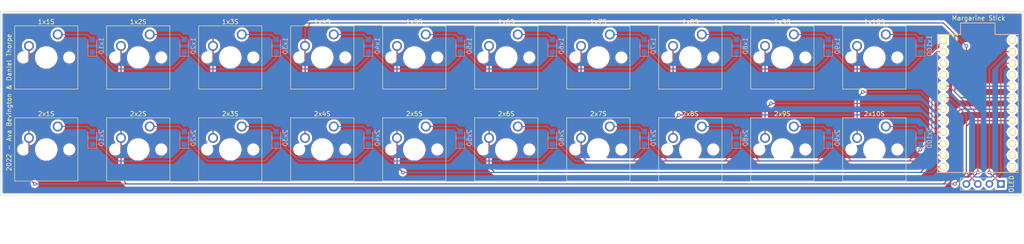
<source format=kicad_pcb>
(kicad_pcb (version 20211014) (generator pcbnew)
  (layers (0 "F.Cu" signal) (31 "B.Cu" signal) (34 "B.Paste" user) (35 "F.Paste" user) (36 "B.SilkS" user "B.Silkscreen") (37 "F.SilkS" user "F.Silkscreen") (38 "B.Mask" user) (39 "F.Mask" user) (44 "Edge.Cuts" user))
  (net 0 "")
  (footprint "Button_Switch_Keyboard:SW_Cherry_MX_1.00u_PCB" (layer "F.Cu") (at 139.7 35.56)
    (fp_text reference "1x6S" (at -2.54 -2.794) (layer "F.SilkS"))
    (fp_text value "SW_Cherry_MX_1.00u_PCB")
    (pad "" np_thru_hole circle (at -2.54 5.08) (size 4 4) (drill 4) (layers *.Cu *.Mask))
    (pad "" np_thru_hole circle (at -7.62 5.08) (size 1.7 1.7) (drill 1.7) (layers *.Cu *.Mask))
    (pad "" np_thru_hole circle (at 2.54 5.08) (size 1.7 1.7) (drill 1.7) (layers *.Cu *.Mask))
    (pad "1" thru_hole circle (at 0 0) (size 2.2 2.2) (drill 1.5) (layers *.Cu *.Mask))
    (pad "2" thru_hole circle (at -6.35 2.54) (size 2.2 2.2) (drill 1.5) (layers *.Cu *.Mask))
  )
  (footprint "Button_Switch_Keyboard:SW_Cherry_MX_1.00u_PCB" (layer "F.Cu") (at 160.02 35.56)
    (fp_text reference "1x7S" (at -2.54 -2.794) (layer "F.SilkS"))
    (fp_text value "SW_Cherry_MX_1.00u_PCB")
    (pad "" np_thru_hole circle (at 2.54 5.08) (size 1.7 1.7) (drill 1.7) (layers *.Cu *.Mask))
    (pad "" np_thru_hole circle (at -2.54 5.08) (size 4 4) (drill 4) (layers *.Cu *.Mask))
    (pad "" np_thru_hole circle (at -7.62 5.08) (size 1.7 1.7) (drill 1.7) (layers *.Cu *.Mask))
    (pad "1" thru_hole circle (at 0 0) (size 2.2 2.2) (drill 1.5) (layers *.Cu *.Mask))
    (pad "2" thru_hole circle (at -6.35 2.54) (size 2.2 2.2) (drill 1.5) (layers *.Cu *.Mask))
  )
  (footprint "Button_Switch_Keyboard:SW_Cherry_MX_1.00u_PCB" (layer "F.Cu") (at 200.66 55.88)
    (fp_text reference "2x9S" (at -2.54 -2.794) (layer "F.SilkS"))
    (fp_text value "SW_Cherry_MX_1.00u_PCB")
    (pad "" np_thru_hole circle (at -2.54 5.08) (size 4 4) (drill 4) (layers *.Cu *.Mask))
    (pad "" np_thru_hole circle (at -7.62 5.08) (size 1.7 1.7) (drill 1.7) (layers *.Cu *.Mask))
    (pad "" np_thru_hole circle (at 2.54 5.08) (size 1.7 1.7) (drill 1.7) (layers *.Cu *.Mask))
    (pad "1" thru_hole circle (at 0 0) (size 2.2 2.2) (drill 1.5) (layers *.Cu *.Mask))
    (pad "2" thru_hole circle (at -6.35 2.54) (size 2.2 2.2) (drill 1.5) (layers *.Cu *.Mask))
  )
  (footprint "promicro:ProMicro" (layer "F.Cu") (at 241.3 50.8 -90)
    (fp_text reference "REF**" hide)
    (fp_text value "ProMicro")
    (pad "1" thru_hole rect locked (at -13.97 7.62 270) (size 1.6 1.6) (drill 1.1) (layers *.Cu *.Mask "F.SilkS"))
    (pad "2" thru_hole circle locked (at -11.43 7.62 270) (size 1.6 1.6) (drill 1.1) (layers *.Cu *.Mask "F.SilkS"))
    (pad "3" thru_hole circle locked (at -8.89 7.62 270) (size 1.6 1.6) (drill 1.1) (layers *.Cu *.Mask "F.SilkS"))
    (pad "4" thru_hole circle locked (at -6.35 7.62 270) (size 1.6 1.6) (drill 1.1) (layers *.Cu *.Mask "F.SilkS"))
    (pad "5" thru_hole circle locked (at -3.81 7.62 270) (size 1.6 1.6) (drill 1.1) (layers *.Cu *.Mask "F.SilkS"))
    (pad "6" thru_hole circle locked (at -1.27 7.62 270) (size 1.6 1.6) (drill 1.1) (layers *.Cu *.Mask "F.SilkS"))
    (pad "7" thru_hole circle locked (at 1.27 7.62 270) (size 1.6 1.6) (drill 1.1) (layers *.Cu *.Mask "F.SilkS"))
    (pad "8" thru_hole circle locked (at 3.81 7.62 270) (size 1.6 1.6) (drill 1.1) (layers *.Cu *.Mask "F.SilkS"))
    (pad "9" thru_hole circle locked (at 6.35 7.62 270) (size 1.6 1.6) (drill 1.1) (layers *.Cu *.Mask "F.SilkS"))
    (pad "10" thru_hole circle locked (at 8.89 7.62 270) (size 1.6 1.6) (drill 1.1) (layers *.Cu *.Mask "F.SilkS"))
    (pad "11" thru_hole circle locked (at 11.43 7.62 270) (size 1.6 1.6) (drill 1.1) (layers *.Cu *.Mask "F.SilkS"))
    (pad "12" thru_hole circle locked (at 13.97 7.62 270) (size 1.6 1.6) (drill 1.1) (layers *.Cu *.Mask "F.SilkS"))
    (pad "13" thru_hole circle locked (at 13.97 -7.62 270) (size 1.6 1.6) (drill 1.1) (layers *.Cu *.Mask "F.SilkS"))
    (pad "14" thru_hole circle locked (at 11.43 -7.62 270) (size 1.6 1.6) (drill 1.1) (layers *.Cu *.Mask "F.SilkS"))
    (pad "15" thru_hole circle locked (at 8.89 -7.62 270) (size 1.6 1.6) (drill 1.1) (layers *.Cu *.Mask "F.SilkS"))
    (pad "16" thru_hole circle locked (at 6.35 -7.62 270) (size 1.6 1.6) (drill 1.1) (layers *.Cu *.Mask "F.SilkS"))
    (pad "17" thru_hole circle locked (at 3.81 -7.62 270) (size 1.6 1.6) (drill 1.1) (layers *.Cu *.Mask "F.SilkS"))
    (pad "18" thru_hole circle locked (at 1.27 -7.62 270) (size 1.6 1.6) (drill 1.1) (layers *.Cu *.Mask "F.SilkS"))
    (pad "19" thru_hole circle locked (at -1.27 -7.62 270) (size 1.6 1.6) (drill 1.1) (layers *.Cu *.Mask "F.SilkS"))
    (pad "20" thru_hole circle locked (at -3.81 -7.62 270) (size 1.6 1.6) (drill 1.1) (layers *.Cu *.Mask "F.SilkS"))
    (pad "21" thru_hole circle locked (at -6.35 -7.62 270) (size 1.6 1.6) (drill 1.1) (layers *.Cu *.Mask "F.SilkS"))
    (pad "22" thru_hole circle locked (at -8.89 -7.62 270) (size 1.6 1.6) (drill 1.1) (layers *.Cu *.Mask "F.SilkS"))
    (pad "23" thru_hole circle locked (at -11.43 -7.62 270) (size 1.6 1.6) (drill 1.1) (layers *.Cu *.Mask "F.SilkS"))
    (pad "24" thru_hole circle locked (at -13.97 -7.62 270) (size 1.6 1.6) (drill 1.1) (layers *.Cu *.Mask "F.SilkS"))
  )
  (footprint "Button_Switch_Keyboard:SW_Cherry_MX_1.00u_PCB" (layer "F.Cu") (at 160.02 55.88)
    (fp_text reference "2x7S" (at -2.54 -2.794) (layer "F.SilkS"))
    (fp_text value "SW_Cherry_MX_1.00u_PCB")
    (pad "" np_thru_hole circle (at -2.54 5.08) (size 4 4) (drill 4) (layers *.Cu *.Mask))
    (pad "" np_thru_hole circle (at -7.62 5.08) (size 1.7 1.7) (drill 1.7) (layers *.Cu *.Mask))
    (pad "" np_thru_hole circle (at 2.54 5.08) (size 1.7 1.7) (drill 1.7) (layers *.Cu *.Mask))
    (pad "1" thru_hole circle (at 0 0) (size 2.2 2.2) (drill 1.5) (layers *.Cu *.Mask))
    (pad "2" thru_hole circle (at -6.35 2.54) (size 2.2 2.2) (drill 1.5) (layers *.Cu *.Mask))
  )
  (footprint "Button_Switch_Keyboard:SW_Cherry_MX_1.00u_PCB" (layer "F.Cu") (at 220.98 55.88)
    (fp_text reference "2x10S" (at -2.54 -2.794) (layer "F.SilkS"))
    (fp_text value "SW_Cherry_MX_1.00u_PCB")
    (pad "" np_thru_hole circle (at 2.54 5.08) (size 1.7 1.7) (drill 1.7) (layers *.Cu *.Mask))
    (pad "" np_thru_hole circle (at -2.54 5.08) (size 4 4) (drill 4) (layers *.Cu *.Mask))
    (pad "" np_thru_hole circle (at -7.62 5.08) (size 1.7 1.7) (drill 1.7) (layers *.Cu *.Mask))
    (pad "1" thru_hole circle (at 0 0) (size 2.2 2.2) (drill 1.5) (layers *.Cu *.Mask))
    (pad "2" thru_hole circle (at -6.35 2.54) (size 2.2 2.2) (drill 1.5) (layers *.Cu *.Mask))
  )
  (footprint "Button_Switch_Keyboard:SW_Cherry_MX_1.00u_PCB" (layer "F.Cu") (at 220.98 35.56)
    (fp_text reference "1x10S" (at -2.54 -2.794) (layer "F.SilkS"))
    (fp_text value "SW_Cherry_MX_1.00u_PCB")
    (pad "" np_thru_hole circle (at 2.54 5.08) (size 1.7 1.7) (drill 1.7) (layers *.Cu *.Mask))
    (pad "" np_thru_hole circle (at -2.54 5.08) (size 4 4) (drill 4) (layers *.Cu *.Mask))
    (pad "" np_thru_hole circle (at -7.62 5.08) (size 1.7 1.7) (drill 1.7) (layers *.Cu *.Mask))
    (pad "1" thru_hole circle (at 0 0) (size 2.2 2.2) (drill 1.5) (layers *.Cu *.Mask))
    (pad "2" thru_hole circle (at -6.35 2.54) (size 2.2 2.2) (drill 1.5) (layers *.Cu *.Mask))
  )
  (footprint "Button_Switch_Keyboard:SW_Cherry_MX_1.00u_PCB" (layer "F.Cu") (at 38.1 35.56)
    (fp_text reference "1x1S" (at -2.54 -2.794) (layer "F.SilkS"))
    (fp_text value "SW_Cherry_MX_1.00u_PCB")
    (pad "" np_thru_hole circle (at -7.62 5.08) (size 1.7 1.7) (drill 1.7) (layers *.Cu *.Mask))
    (pad "" np_thru_hole circle (at -2.54 5.08) (size 4 4) (drill 4) (layers *.Cu *.Mask))
    (pad "" np_thru_hole circle (at 2.54 5.08) (size 1.7 1.7) (drill 1.7) (layers *.Cu *.Mask))
    (pad "1" thru_hole circle (at 0 0) (size 2.2 2.2) (drill 1.5) (layers *.Cu *.Mask))
    (pad "2" thru_hole circle (at -6.35 2.54) (size 2.2 2.2) (drill 1.5) (layers *.Cu *.Mask))
  )
  (footprint "Button_Switch_Keyboard:SW_Cherry_MX_1.00u_PCB" (layer "F.Cu") (at 78.74 35.56)
    (fp_text reference "1x3S" (at -2.54 -2.794) (layer "F.SilkS"))
    (fp_text value "SW_Cherry_MX_1.00u_PCB")
    (pad "" np_thru_hole circle (at -7.62 5.08) (size 1.7 1.7) (drill 1.7) (layers *.Cu *.Mask))
    (pad "" np_thru_hole circle (at 2.54 5.08) (size 1.7 1.7) (drill 1.7) (layers *.Cu *.Mask))
    (pad "" np_thru_hole circle (at -2.54 5.08) (size 4 4) (drill 4) (layers *.Cu *.Mask))
    (pad "1" thru_hole circle (at 0 0) (size 2.2 2.2) (drill 1.5) (layers *.Cu *.Mask))
    (pad "2" thru_hole circle (at -6.35 2.54) (size 2.2 2.2) (drill 1.5) (layers *.Cu *.Mask))
  )
  (footprint "Button_Switch_Keyboard:SW_Cherry_MX_1.00u_PCB" (layer "F.Cu") (at 119.38 55.88)
    (fp_text reference "2x5S" (at -2.54 -2.794) (layer "F.SilkS"))
    (fp_text value "SW_Cherry_MX_1.00u_PCB")
    (pad "" np_thru_hole circle (at 2.54 5.08) (size 1.7 1.7) (drill 1.7) (layers *.Cu *.Mask))
    (pad "" np_thru_hole circle (at -7.62 5.08) (size 1.7 1.7) (drill 1.7) (layers *.Cu *.Mask))
    (pad "" np_thru_hole circle (at -2.54 5.08) (size 4 4) (drill 4) (layers *.Cu *.Mask))
    (pad "1" thru_hole circle (at 0 0) (size 2.2 2.2) (drill 1.5) (layers *.Cu *.Mask))
    (pad "2" thru_hole circle (at -6.35 2.54) (size 2.2 2.2) (drill 1.5) (layers *.Cu *.Mask))
  )
  (footprint "Button_Switch_Keyboard:SW_Cherry_MX_1.00u_PCB" (layer "F.Cu") (at 139.7 55.88)
    (fp_text reference "2x6S" (at -2.54 -2.794) (layer "F.SilkS"))
    (fp_text value "SW_Cherry_MX_1.00u_PCB")
    (pad "" np_thru_hole circle (at -2.54 5.08) (size 4 4) (drill 4) (layers *.Cu *.Mask))
    (pad "" np_thru_hole circle (at -7.62 5.08) (size 1.7 1.7) (drill 1.7) (layers *.Cu *.Mask))
    (pad "" np_thru_hole circle (at 2.54 5.08) (size 1.7 1.7) (drill 1.7) (layers *.Cu *.Mask))
    (pad "1" thru_hole circle (at 0 0) (size 2.2 2.2) (drill 1.5) (layers *.Cu *.Mask))
    (pad "2" thru_hole circle (at -6.35 2.54) (size 2.2 2.2) (drill 1.5) (layers *.Cu *.Mask))
  )
  (footprint "Button_Switch_Keyboard:SW_Cherry_MX_1.00u_PCB" (layer "F.Cu") (at 99.06 55.88)
    (fp_text reference "2x4S" (at -2.54 -2.794) (layer "F.SilkS"))
    (fp_text value "SW_Cherry_MX_1.00u_PCB")
    (pad "" np_thru_hole circle (at -2.54 5.08) (size 4 4) (drill 4) (layers *.Cu *.Mask))
    (pad "" np_thru_hole circle (at 2.54 5.08) (size 1.7 1.7) (drill 1.7) (layers *.Cu *.Mask))
    (pad "" np_thru_hole circle (at -7.62 5.08) (size 1.7 1.7) (drill 1.7) (layers *.Cu *.Mask))
    (pad "1" thru_hole circle (at 0 0) (size 2.2 2.2) (drill 1.5) (layers *.Cu *.Mask))
    (pad "2" thru_hole circle (at -6.35 2.54) (size 2.2 2.2) (drill 1.5) (layers *.Cu *.Mask))
  )
  (footprint "Button_Switch_Keyboard:SW_Cherry_MX_1.00u_PCB" (layer "F.Cu") (at 180.34 55.88)
    (fp_text reference "2x8S" (at -2.54 -2.794) (layer "F.SilkS"))
    (fp_text value "SW_Cherry_MX_1.00u_PCB")
    (pad "" np_thru_hole circle (at 2.54 5.08) (size 1.7 1.7) (drill 1.7) (layers *.Cu *.Mask))
    (pad "" np_thru_hole circle (at -2.54 5.08) (size 4 4) (drill 4) (layers *.Cu *.Mask))
    (pad "" np_thru_hole circle (at -7.62 5.08) (size 1.7 1.7) (drill 1.7) (layers *.Cu *.Mask))
    (pad "1" thru_hole circle (at 0 0) (size 2.2 2.2) (drill 1.5) (layers *.Cu *.Mask))
    (pad "2" thru_hole circle (at -6.35 2.54) (size 2.2 2.2) (drill 1.5) (layers *.Cu *.Mask))
  )
  (footprint "Button_Switch_Keyboard:SW_Cherry_MX_1.00u_PCB" (layer "F.Cu") (at 119.38 35.56)
    (fp_text reference "1x5S" (at -2.54 -2.794) (layer "F.SilkS"))
    (fp_text value "SW_Cherry_MX_1.00u_PCB")
    (pad "" np_thru_hole circle (at 2.54 5.08) (size 1.7 1.7) (drill 1.7) (layers *.Cu *.Mask))
    (pad "" np_thru_hole circle (at -2.54 5.08) (size 4 4) (drill 4) (layers *.Cu *.Mask))
    (pad "" np_thru_hole circle (at -7.62 5.08) (size 1.7 1.7) (drill 1.7) (layers *.Cu *.Mask))
    (pad "1" thru_hole circle (at 0 0) (size 2.2 2.2) (drill 1.5) (layers *.Cu *.Mask))
    (pad "2" thru_hole circle (at -6.35 2.54) (size 2.2 2.2) (drill 1.5) (layers *.Cu *.Mask))
  )
  (footprint "Button_Switch_Keyboard:SW_Cherry_MX_1.00u_PCB" (layer "F.Cu") (at 58.42 55.88)
    (fp_text reference "2x2S" (at -2.54 -2.794) (layer "F.SilkS"))
    (fp_text value "SW_Cherry_MX_1.00u_PCB")
    (pad "" np_thru_hole circle (at 2.54 5.08) (size 1.7 1.7) (drill 1.7) (layers *.Cu *.Mask))
    (pad "" np_thru_hole circle (at -2.54 5.08) (size 4 4) (drill 4) (layers *.Cu *.Mask))
    (pad "" np_thru_hole circle (at -7.62 5.08) (size 1.7 1.7) (drill 1.7) (layers *.Cu *.Mask))
    (pad "1" thru_hole circle (at 0 0) (size 2.2 2.2) (drill 1.5) (layers *.Cu *.Mask))
    (pad "2" thru_hole circle (at -6.35 2.54) (size 2.2 2.2) (drill 1.5) (layers *.Cu *.Mask))
  )
  (footprint "Button_Switch_Keyboard:SW_Cherry_MX_1.00u_PCB" (layer "F.Cu") (at 180.34 35.56)
    (fp_text reference "1x8S" (at -2.54 -2.794) (layer "F.SilkS"))
    (fp_text value "SW_Cherry_MX_1.00u_PCB")
    (pad "" np_thru_hole circle (at 2.54 5.08) (size 1.7 1.7) (drill 1.7) (layers *.Cu *.Mask))
    (pad "" np_thru_hole circle (at -7.62 5.08) (size 1.7 1.7) (drill 1.7) (layers *.Cu *.Mask))
    (pad "" np_thru_hole circle (at -2.54 5.08) (size 4 4) (drill 4) (layers *.Cu *.Mask))
    (pad "1" thru_hole circle (at 0 0) (size 2.2 2.2) (drill 1.5) (layers *.Cu *.Mask))
    (pad "2" thru_hole circle (at -6.35 2.54) (size 2.2 2.2) (drill 1.5) (layers *.Cu *.Mask))
  )
  (footprint "Button_Switch_Keyboard:SW_Cherry_MX_1.00u_PCB" (layer "F.Cu") (at 58.42 35.56)
    (fp_text reference "1x2S" (at -2.54 -2.794) (layer "F.SilkS"))
    (fp_text value "SW_Cherry_MX_1.00u_PCB")
    (pad "" np_thru_hole circle (at 2.54 5.08) (size 1.7 1.7) (drill 1.7) (layers *.Cu *.Mask))
    (pad "" np_thru_hole circle (at -2.54 5.08) (size 4 4) (drill 4) (layers *.Cu *.Mask))
    (pad "" np_thru_hole circle (at -7.62 5.08) (size 1.7 1.7) (drill 1.7) (layers *.Cu *.Mask))
    (pad "1" thru_hole circle (at 0 0) (size 2.2 2.2) (drill 1.5) (layers *.Cu *.Mask))
    (pad "2" thru_hole circle (at -6.35 2.54) (size 2.2 2.2) (drill 1.5) (layers *.Cu *.Mask))
  )
  (footprint "Button_Switch_Keyboard:SW_Cherry_MX_1.00u_PCB" (layer "F.Cu") (at 200.66 35.56)
    (fp_text reference "1x9S" (at -2.54 -2.794) (layer "F.SilkS"))
    (fp_text value "SW_Cherry_MX_1.00u_PCB")
    (pad "" np_thru_hole circle (at -7.62 5.08) (size 1.7 1.7) (drill 1.7) (layers *.Cu *.Mask))
    (pad "" np_thru_hole circle (at 2.54 5.08) (size 1.7 1.7) (drill 1.7) (layers *.Cu *.Mask))
    (pad "" np_thru_hole circle (at -2.54 5.08) (size 4 4) (drill 4) (layers *.Cu *.Mask))
    (pad "1" thru_hole circle (at 0 0) (size 2.2 2.2) (drill 1.5) (layers *.Cu *.Mask))
    (pad "2" thru_hole circle (at -6.35 2.54) (size 2.2 2.2) (drill 1.5) (layers *.Cu *.Mask))
  )
  (footprint "Button_Switch_Keyboard:SW_Cherry_MX_1.00u_PCB" (layer "F.Cu") (at 99.06 35.56)
    (fp_text reference "1x4S" (at -2.54 -2.794) (layer "F.SilkS"))
    (fp_text value "SW_Cherry_MX_1.00u_PCB")
    (pad "" np_thru_hole circle (at 2.54 5.08) (size 1.7 1.7) (drill 1.7) (layers *.Cu *.Mask))
    (pad "" np_thru_hole circle (at -2.54 5.08) (size 4 4) (drill 4) (layers *.Cu *.Mask))
    (pad "" np_thru_hole circle (at -7.62 5.08) (size 1.7 1.7) (drill 1.7) (layers *.Cu *.Mask))
    (pad "1" thru_hole circle (at 0 0) (size 2.2 2.2) (drill 1.5) (layers *.Cu *.Mask))
    (pad "2" thru_hole circle (at -6.35 2.54) (size 2.2 2.2) (drill 1.5) (layers *.Cu *.Mask))
  )
  (footprint "Connector_PinHeader_2.54mm:PinHeader_1x04_P2.54mm_Vertical" (layer "F.Cu") (at 246.38 68.58 -90)
    (fp_text reference "OLED" (at 0 -2.33 90) (layer "F.SilkS"))
    (fp_text value "PinHeader_1x04_P2.54mm_Vertical")
    (pad "1" thru_hole rect (at 0 0 270) (size 1.7 1.7) (drill 1) (layers *.Cu *.Mask))
    (pad "2" thru_hole oval (at 0 2.54 270) (size 1.7 1.7) (drill 1) (layers *.Cu *.Mask))
    (pad "3" thru_hole oval (at 0 5.08 270) (size 1.7 1.7) (drill 1) (layers *.Cu *.Mask))
    (pad "4" thru_hole oval (at 0 7.62 270) (size 1.7 1.7) (drill 1) (layers *.Cu *.Mask))
  )
  (footprint "Button_Switch_Keyboard:SW_Cherry_MX_1.00u_PCB" (layer "F.Cu") (at 78.74 55.88)
    (fp_text reference "2x3S" (at -2.54 -2.794) (layer "F.SilkS"))
    (fp_text value "SW_Cherry_MX_1.00u_PCB")
    (pad "" np_thru_hole circle (at -7.62 5.08) (size 1.7 1.7) (drill 1.7) (layers *.Cu *.Mask))
    (pad "" np_thru_hole circle (at -2.54 5.08) (size 4 4) (drill 4) (layers *.Cu *.Mask))
    (pad "" np_thru_hole circle (at 2.54 5.08) (size 1.7 1.7) (drill 1.7) (layers *.Cu *.Mask))
    (pad "1" thru_hole circle (at 0 0) (size 2.2 2.2) (drill 1.5) (layers *.Cu *.Mask))
    (pad "2" thru_hole circle (at -6.35 2.54) (size 2.2 2.2) (drill 1.5) (layers *.Cu *.Mask))
  )
  (footprint "Button_Switch_Keyboard:SW_Cherry_MX_1.00u_PCB" (layer "F.Cu") (at 38.1 55.88)
    (fp_text reference "2x1S" (at -2.54 -2.794) (layer "F.SilkS"))
    (fp_text value "SW_Cherry_MX_1.00u_PCB")
    (pad "" np_thru_hole circle (at 2.54 5.08) (size 1.7 1.7) (drill 1.7) (layers *.Cu *.Mask))
    (pad "" np_thru_hole circle (at -7.62 5.08) (size 1.7 1.7) (drill 1.7) (layers *.Cu *.Mask))
    (pad "" np_thru_hole circle (at -2.54 5.08) (size 4 4) (drill 4) (layers *.Cu *.Mask))
    (pad "1" thru_hole circle (at 0 0) (size 2.2 2.2) (drill 1.5) (layers *.Cu *.Mask))
    (pad "2" thru_hole circle (at -6.35 2.54) (size 2.2 2.2) (drill 1.5) (layers *.Cu *.Mask))
  )
  (footprint "Diode_SMD:Nexperia_CFP3_SOD-123W" (layer "B.Cu") (at 66.04 58.42 90)
    (fp_text reference "2x2D" (at 0 2 90) (layer "B.SilkS") (effects (justify mirror)))
    (fp_text value "Nexperia_CFP3_SOD-123W")
    (pad "1" smd rect (at -1.4 0 90) (size 1.2 1.2) (layers "B.Cu" "B.Paste" "B.Mask"))
    (pad "2" smd rect (at 1.4 0 90) (size 1.2 1.2) (layers "B.Cu" "B.Paste" "B.Mask"))
  )
  (footprint "Diode_SMD:Nexperia_CFP3_SOD-123W" (layer "B.Cu") (at 228.6 38.1 90)
    (fp_text reference "1x10D" (at 0 2 90) (layer "B.SilkS") (effects (justify mirror)))
    (fp_text value "Nexperia_CFP3_SOD-123W")
    (pad "1" smd rect (at -1.4 0 90) (size 1.2 1.2) (layers "B.Cu" "B.Paste" "B.Mask"))
    (pad "2" smd rect (at 1.4 0 90) (size 1.2 1.2) (layers "B.Cu" "B.Paste" "B.Mask"))
  )
  (footprint "Diode_SMD:Nexperia_CFP3_SOD-123W" (layer "B.Cu") (at 187.96 58.42 90)
    (fp_text reference "2x8D" (at 0 2 90) (layer "B.SilkS") (effects (justify mirror)))
    (fp_text value "Nexperia_CFP3_SOD-123W")
    (pad "1" smd rect (at -1.4 0 90) (size 1.2 1.2) (layers "B.Cu" "B.Paste" "B.Mask"))
    (pad "2" smd rect (at 1.4 0 90) (size 1.2 1.2) (layers "B.Cu" "B.Paste" "B.Mask"))
  )
  (footprint "Diode_SMD:Nexperia_CFP3_SOD-123W" (layer "B.Cu") (at 86.36 38.1 90)
    (fp_text reference "1x3D" (at 0 2 90) (layer "B.SilkS") (effects (justify mirror)))
    (fp_text value "Nexperia_CFP3_SOD-123W")
    (pad "1" smd rect (at -1.4 0 90) (size 1.2 1.2) (layers "B.Cu" "B.Paste" "B.Mask"))
    (pad "2" smd rect (at 1.4 0 90) (size 1.2 1.2) (layers "B.Cu" "B.Paste" "B.Mask"))
  )
  (footprint "Diode_SMD:Nexperia_CFP3_SOD-123W" (layer "B.Cu") (at 106.68 58.42 90)
    (fp_text reference "2x4D" (at 0 2 90) (layer "B.SilkS") (effects (justify mirror)))
    (fp_text value "Nexperia_CFP3_SOD-123W")
    (pad "1" smd rect (at -1.4 0 90) (size 1.2 1.2) (layers "B.Cu" "B.Paste" "B.Mask"))
    (pad "2" smd rect (at 1.4 0 90) (size 1.2 1.2) (layers "B.Cu" "B.Paste" "B.Mask"))
  )
  (footprint "Diode_SMD:Nexperia_CFP3_SOD-123W" (layer "B.Cu") (at 45.72 38.1 90)
    (fp_text reference "1x1D" (at 0 2 90) (layer "B.SilkS") (effects (justify mirror)))
    (fp_text value "Nexperia_CFP3_SOD-123W")
    (pad "1" smd rect (at -1.4 0 90) (size 1.2 1.2) (layers "B.Cu" "B.Paste" "B.Mask"))
    (pad "2" smd rect (at 1.4 0 90) (size 1.2 1.2) (layers "B.Cu" "B.Paste" "B.Mask"))
  )
  (footprint "Diode_SMD:Nexperia_CFP3_SOD-123W" (layer "B.Cu") (at 147.32 58.42 90)
    (fp_text reference "2x6D" (at 0 2 90) (layer "B.SilkS") (effects (justify mirror)))
    (fp_text value "Nexperia_CFP3_SOD-123W")
    (pad "1" smd rect (at -1.4 0 90) (size 1.2 1.2) (layers "B.Cu" "B.Paste" "B.Mask"))
    (pad "2" smd rect (at 1.4 0 90) (size 1.2 1.2) (layers "B.Cu" "B.Paste" "B.Mask"))
  )
  (footprint "Diode_SMD:Nexperia_CFP3_SOD-123W" (layer "B.Cu") (at 106.68 38.1 90)
    (fp_text reference "1x4D" (at 0 2 90) (layer "B.SilkS") (effects (justify mirror)))
    (fp_text value "Nexperia_CFP3_SOD-123W")
    (pad "1" smd rect (at -1.4 0 90) (size 1.2 1.2) (layers "B.Cu" "B.Paste" "B.Mask"))
    (pad "2" smd rect (at 1.4 0 90) (size 1.2 1.2) (layers "B.Cu" "B.Paste" "B.Mask"))
  )
  (footprint "Diode_SMD:Nexperia_CFP3_SOD-123W" (layer "B.Cu") (at 127 58.42 90)
    (fp_text reference "2x5D" (at 0 2 90) (layer "B.SilkS") (effects (justify mirror)))
    (fp_text value "Nexperia_CFP3_SOD-123W")
    (pad "1" smd rect (at -1.4 0 90) (size 1.2 1.2) (layers "B.Cu" "B.Paste" "B.Mask"))
    (pad "2" smd rect (at 1.4 0 90) (size 1.2 1.2) (layers "B.Cu" "B.Paste" "B.Mask"))
  )
  (footprint "Diode_SMD:Nexperia_CFP3_SOD-123W" (layer "B.Cu") (at 208.28 38.1 90)
    (fp_text reference "1x9D" (at 0 2 90) (layer "B.SilkS") (effects (justify mirror)))
    (fp_text value "Nexperia_CFP3_SOD-123W")
    (pad "1" smd rect (at -1.4 0 90) (size 1.2 1.2) (layers "B.Cu" "B.Paste" "B.Mask"))
    (pad "2" smd rect (at 1.4 0 90) (size 1.2 1.2) (layers "B.Cu" "B.Paste" "B.Mask"))
  )
  (footprint "Diode_SMD:Nexperia_CFP3_SOD-123W" (layer "B.Cu") (at 167.64 58.42 90)
    (fp_text reference "2x7D" (at 0 2 90) (layer "B.SilkS") (effects (justify mirror)))
    (fp_text value "Nexperia_CFP3_SOD-123W")
    (pad "1" smd rect (at -1.4 0 90) (size 1.2 1.2) (layers "B.Cu" "B.Paste" "B.Mask"))
    (pad "2" smd rect (at 1.4 0 90) (size 1.2 1.2) (layers "B.Cu" "B.Paste" "B.Mask"))
  )
  (footprint "Diode_SMD:Nexperia_CFP3_SOD-123W" (layer "B.Cu") (at 66.04 38.1 90)
    (fp_text reference "1x2D" (at 0 2 90) (layer "B.SilkS") (effects (justify mirror)))
    (fp_text value "Nexperia_CFP3_SOD-123W")
    (pad "1" smd rect (at -1.4 0 90) (size 1.2 1.2) (layers "B.Cu" "B.Paste" "B.Mask"))
    (pad "2" smd rect (at 1.4 0 90) (size 1.2 1.2) (layers "B.Cu" "B.Paste" "B.Mask"))
  )
  (footprint "Diode_SMD:Nexperia_CFP3_SOD-123W" (layer "B.Cu") (at 147.32 38.1 90)
    (fp_text reference "1x6D" (at 0 2 90) (layer "B.SilkS") (effects (justify mirror)))
    (fp_text value "Nexperia_CFP3_SOD-123W")
    (pad "1" smd rect (at -1.4 0 90) (size 1.2 1.2) (layers "B.Cu" "B.Paste" "B.Mask"))
    (pad "2" smd rect (at 1.4 0 90) (size 1.2 1.2) (layers "B.Cu" "B.Paste" "B.Mask"))
  )
  (footprint "Diode_SMD:Nexperia_CFP3_SOD-123W" (layer "B.Cu") (at 187.96 38.1 90)
    (fp_text reference "1x8D" (at 0 2 90) (layer "B.SilkS") (effects (justify mirror)))
    (fp_text value "Nexperia_CFP3_SOD-123W")
    (pad "1" smd rect (at -1.4 0 90) (size 1.2 1.2) (layers "B.Cu" "B.Paste" "B.Mask"))
    (pad "2" smd rect (at 1.4 0 90) (size 1.2 1.2) (layers "B.Cu" "B.Paste" "B.Mask"))
  )
  (footprint "Diode_SMD:Nexperia_CFP3_SOD-123W" (layer "B.Cu") (at 208.28 58.42 90)
    (fp_text reference "2x9D" (at 0 2 90) (layer "B.SilkS") (effects (justify mirror)))
    (fp_text value "Nexperia_CFP3_SOD-123W")
    (pad "1" smd rect (at -1.4 0 90) (size 1.2 1.2) (layers "B.Cu" "B.Paste" "B.Mask"))
    (pad "2" smd rect (at 1.4 0 90) (size 1.2 1.2) (layers "B.Cu" "B.Paste" "B.Mask"))
  )
  (footprint "Diode_SMD:Nexperia_CFP3_SOD-123W" (layer "B.Cu") (at 45.72 58.42 90)
    (fp_text reference "2x1D" (at 0 2 90) (layer "B.SilkS") (effects (justify mirror)))
    (fp_text value "Nexperia_CFP3_SOD-123W")
    (pad "1" smd rect (at -1.4 0 90) (size 1.2 1.2) (layers "B.Cu" "B.Paste" "B.Mask"))
    (pad "2" smd rect (at 1.4 0 90) (size 1.2 1.2) (layers "B.Cu" "B.Paste" "B.Mask"))
  )
  (footprint "Diode_SMD:Nexperia_CFP3_SOD-123W" (layer "B.Cu") (at 228.6 58.42 90)
    (fp_text reference "2x10D" (at 0 2 90) (layer "B.SilkS") (effects (justify mirror)))
    (fp_text value "Nexperia_CFP3_SOD-123W")
    (pad "1" smd rect (at -1.4 0 90) (size 1.2 1.2) (layers "B.Cu" "B.Paste" "B.Mask"))
    (pad "2" smd rect (at 1.4 0 90) (size 1.2 1.2) (layers "B.Cu" "B.Paste" "B.Mask"))
  )
  (footprint "Diode_SMD:Nexperia_CFP3_SOD-123W" (layer "B.Cu") (at 86.36 58.42 90)
    (fp_text reference "2x3D" (at 0 2 90) (layer "B.SilkS") (effects (justify mirror)))
    (fp_text value "Nexperia_CFP3_SOD-123W")
    (pad "1" smd rect (at -1.4 0 90) (size 1.2 1.2) (layers "B.Cu" "B.Paste" "B.Mask"))
    (pad "2" smd rect (at 1.4 0 90) (size 1.2 1.2) (layers "B.Cu" "B.Paste" "B.Mask"))
  )
  (footprint "Diode_SMD:Nexperia_CFP3_SOD-123W" (layer "B.Cu") (at 167.64 38.1 90)
    (fp_text reference "1x7D" (at 0 2 90) (layer "B.SilkS") (effects (justify mirror)))
    (fp_text value "Nexperia_CFP3_SOD-123W")
    (pad "1" smd rect (at -1.4 0 90) (size 1.2 1.2) (layers "B.Cu" "B.Paste" "B.Mask"))
    (pad "2" smd rect (at 1.4 0 90) (size 1.2 1.2) (layers "B.Cu" "B.Paste" "B.Mask"))
  )
  (footprint "Diode_SMD:Nexperia_CFP3_SOD-123W" (layer "B.Cu") (at 127 38.1 90)
    (fp_text reference "1x5D" (at 0 2 90) (layer "B.SilkS") (effects (justify mirror)))
    (fp_text value "Nexperia_CFP3_SOD-123W")
    (pad "1" smd rect (at -1.4 0 90) (size 1.2 1.2) (layers "B.Cu" "B.Paste" "B.Mask"))
    (pad "2" smd rect (at 1.4 0 90) (size 1.2 1.2) (layers "B.Cu" "B.Paste" "B.Mask"))
  )
  (gr_line (start 25.4 30.48) (end 251.46 30.48) (layer "Edge.Cuts") (width 0.1))
  (gr_line (start 251.46 71.12) (end 25.4 71.12) (layer "Edge.Cuts") (width 0.1))
  (gr_line (start 251.46 30.48) (end 251.46 71.12) (layer "Edge.Cuts") (width 0.1))
  (gr_line (start 25.4 71.12) (end 25.4 30.48) (layer "Edge.Cuts") (width 0.1))
  (gr_text "Margarine Stick" (at 241.43 31.96) (layer "F.SilkS") (effects (font (size 1 1))))
  (gr_text "2022 - Ava Bevington & Daniel Thorpe" (at 27.35 50.58 90) (layer "F.SilkS") (effects (font (size 1 1))))
  (segment (start 133.35 64.77) (end 133.35 58.42) (width 0.25) (layer "F.Cu") (net 0))
  (segment (start 72.39 34.29) (end 73.66 33.02) (width 0.25) (layer "F.Cu") (net 0))
  (segment (start 238.76 38.1) (end 238.76 45.72) (width 0.25) (layer "F.Cu") (net 0))
  (segment (start 240.03 54.61) (end 248.92 54.61) (width 0.25) (layer "F.Cu") (net 0))
  (segment (start 134.62 66.04) (end 133.35 64.77) (width 0.25) (layer "F.Cu") (net 0))
  (segment (start 194.31 49.53) (end 194.31 38.1) (width 0.25) (layer "F.Cu") (net 0))
  (segment (start 214.63 46.99) (end 214.63 38.1) (width 0.25) (layer "F.Cu") (net 0))
  (segment (start 194.31 52.07) (end 194.31 49.53) (width 0.25) (layer "F.Cu") (net 0))
  (segment (start 92.71 58.42) (end 92.71 38.1) (width 0.25) (layer "F.Cu") (net 0))
  (segment (start 214.63 58.42) (end 214.63 52.07) (width 0.25) (layer "F.Cu") (net 0))
  (segment (start 194.31 52.07) (end 195.58 50.8) (width 0.25) (layer "F.Cu") (net 0))
  (segment (start 233.68 33.02) (end 236.22 35.56) (width 0.25) (layer "F.Cu") (net 0))
  (segment (start 214.63 49.53) (end 214.63 46.99) (width 0.25) (layer "F.Cu") (net 0))
  (segment (start 31.75 58.42) (end 31.75 67.31) (width 0.25) (layer "F.Cu") (net 0))
  (segment (start 31.75 67.31) (end 33.02 68.58) (width 0.25) (layer "F.Cu") (net 0))
  (segment (start 113.03 64.77) (end 113.03 58.42) (width 0.25) (layer "F.Cu") (net 0))
  (segment (start 232.41 39.37) (end 233.68 39.37) (width 0.2) (layer "F.Cu") (net 0))
  (segment (start 228.6 63.5) (end 154.94 63.5) (width 0.25) (layer "F.Cu") (net 0))
  (segment (start 52.07 58.42) (end 52.07 67.31) (width 0.25) (layer "F.Cu") (net 0))
  (segment (start 214.63 52.07) (end 214.63 49.53) (width 0.25) (layer "F.Cu") (net 0))
  (segment (start 52.07 58.42) (end 52.07 38.1) (width 0.25) (layer "F.Cu") (net 0))
  (segment (start 236.22 68.58) (end 238.76 66.04) (width 0.25) (layer "F.Cu") (net 0))
  (segment (start 215.9 48.26) (end 214.63 49.53) (width 0.2) (layer "F.Cu") (net 0))
  (segment (start 236.22 48.26) (end 237.49 49.53) (width 0.25) (layer "F.Cu") (net 0))
  (segment (start 153.67 58.42) (end 153.67 38.1) (width 0.25) (layer "F.Cu") (net 0))
  (segment (start 72.39 38.1) (end 72.39 34.29) (width 0.25) (layer "F.Cu") (net 0))
  (segment (start 228.6 66.04) (end 134.62 66.04) (width 0.25) (layer "F.Cu") (net 0))
  (segment (start 173.99 54.61) (end 175.26 53.34) (width 0.25) (layer "F.Cu") (net 0))
  (segment (start 194.31 58.42) (end 194.31 52.07) (width 0.25) (layer "F.Cu") (net 0))
  (segment (start 53.34 68.58) (end 233.68 68.58) (width 0.25) (layer "F.Cu") (net 0))
  (segment (start 114.3 66.04) (end 113.03 64.77) (width 0.25) (layer "F.Cu") (net 0))
  (segment (start 154.94 63.5) (end 153.67 62.23) (width 0.25) (layer "F.Cu") (net 0))
  (segment (start 243.84 66.04) (end 246.38 68.58) (width 0.25) (layer "F.Cu") (net 0))
  (segment (start 133.35 58.42) (end 133.35 38.1) (width 0.25) (layer "F.Cu") (net 0))
  (segment (start 233.68 68.58) (end 236.22 66.04) (width 0.25) (layer "F.Cu") (net 0))
  (segment (start 233.68 62.23) (end 232.41 62.23) (width 0.25) (layer "F.Cu") (net 0))
  (segment (start 73.66 33.02) (end 233.68 33.02) (width 0.25) (layer "F.Cu") (net 0))
  (segment (start 231.14 58.42) (end 231.14 40.64) (width 0.2) (layer "F.Cu") (net 0))
  (segment (start 236.22 35.56) (end 236.22 48.26) (width 0.25) (layer "F.Cu") (net 0))
  (segment (start 52.07 67.31) (end 53.34 68.58) (width 0.25) (layer "F.Cu") (net 0))
  (segment (start 238.76 55.88) (end 240.03 54.61) (width 0.25) (layer "F.Cu") (net 0))
  (segment (start 173.99 54.61) (end 173.99 38.1) (width 0.25) (layer "F.Cu") (net 0))
  (segment (start 236.22 53.34) (end 237.49 52.07) (width 0.25) (layer "F.Cu") (net 0))
  (segment (start 31.75 58.42) (end 31.75 38.1) (width 0.25) (layer "F.Cu") (net 0))
  (segment (start 228.6 60.96) (end 231.14 58.42) (width 0.2) (layer "F.Cu") (net 0))
  (segment (start 237.49 49.53) (end 248.92 49.53) (width 0.25) (layer "F.Cu") (net 0))
  (segment (start 232.41 59.69) (end 228.6 63.5) (width 0.25) (layer "F.Cu") (net 0))
  (segment (start 233.68 59.69) (end 232.41 59.69) (width 0.25) (layer "F.Cu") (net 0))
  (segment (start 113.03 58.42) (end 113.03 38.1) (width 0.25) (layer "F.Cu") (net 0))
  (segment (start 232.41 62.23) (end 228.6 66.04) (width 0.25) (layer "F.Cu") (net 0))
  (segment (start 238.76 66.04) (end 238.76 55.88) (width 0.25) (layer "F.Cu") (net 0))
  (segment (start 173.99 58.42) (end 173.99 54.61) (width 0.25) (layer "F.Cu") (net 0))
  (segment (start 240.03 46.99) (end 248.92 46.99) (width 0.25) (layer "F.Cu") (net 0))
  (segment (start 236.22 66.04) (end 236.22 53.34) (width 0.25) (layer "F.Cu") (net 0))
  (segment (start 231.14 40.64) (end 232.41 39.37) (width 0.2) (layer "F.Cu") (net 0))
  (segment (start 241.3 66.04) (end 238.76 68.58) (width 0.25) (layer "F.Cu") (net 0))
  (segment (start 153.67 62.23) (end 153.67 58.42) (width 0.25) (layer "F.Cu") (net 0))
  (segment (start 237.49 52.07) (end 248.92 52.07) (width 0.25) (layer "F.Cu") (net 0))
  (segment (start 72.39 58.42) (end 72.39 38.1) (width 0.25) (layer "F.Cu") (net 0))
  (segment (start 238.76 45.72) (end 240.03 46.99) (width 0.25) (layer "F.Cu") (net 0))
  (via (at 195.58 50.8) (size 0.8) (drill 0.4) (layers "F.Cu" "B.Cu") (net 0))
  (via (at 228.6 60.96) (size 0.8) (drill 0.4) (layers "F.Cu" "B.Cu") (net 0))
  (via (at 243.84 66.04) (size 0.8) (drill 0.4) (layers "F.Cu" "B.Cu") (net 0))
  (via (at 175.26 53.34) (size 0.8) (drill 0.4) (layers "F.Cu" "B.Cu") (net 0))
  (via (at 215.9 48.26) (size 0.8) (drill 0.4) (layers "F.Cu" "B.Cu") (net 0))
  (via (at 236.22 68.58) (size 0.8) (drill 0.4) (layers "F.Cu" "B.Cu") (net 0))
  (via (at 238.76 38.1) (size 0.8) (drill 0.4) (layers "F.Cu" "B.Cu") (net 0))
  (via (at 114.3 66.04) (size 0.8) (drill 0.4) (layers "F.Cu" "B.Cu") (net 0))
  (via (at 241.3 66.04) (size 0.8) (drill 0.4) (layers "F.Cu" "B.Cu") (net 0))
  (via (at 33.02 68.58) (size 0.8) (drill 0.4) (layers "F.Cu" "B.Cu") (net 0))
  (segment (start 147.32 40.64) (end 147.32 39.5) (width 0.25) (layer "B.Cu") (net 0))
  (segment (start 146.18 55.88) (end 147.32 57.02) (width 0.25) (layer "B.Cu") (net 0))
  (segment (start 144.78 43.18) (end 147.32 40.64) (width 0.25) (layer "B.Cu") (net 0))
  (segment (start 238.76 66.04) (end 241.3 68.58) (width 0.25) (layer "B.Cu") (net 0))
  (segment (start 227.46 35.56) (end 228.6 36.7) (width 0.25) (layer "B.Cu") (net 0))
  (segment (start 119.38 55.88) (end 125.86 55.88) (width 0.25) (layer "B.Cu") (net 0))
  (segment (start 152.4 43.18) (end 165.1 43.18) (width 0.25) (layer "B.Cu") (net 0))
  (segment (start 128.4 39.5) (end 132.08 43.18) (width 0.25) (layer "B.Cu") (net 0))
  (segment (start 148.72 59.82) (end 152.4 63.5) (width 0.25) (layer "B.Cu") (net 0))
  (segment (start 247.65 39.37) (end 243.84 43.18) (width 0.25) (layer "B.Cu") (net 0))
  (segment (start 248.92 41.91) (end 247.65 41.91) (width 0.25) (layer "B.Cu") (net 0))
  (segment (start 58.42 35.56) (end 64.9 35.56) (width 0.25) (layer "B.Cu") (net 0))
  (segment (start 172.72 63.5) (end 185.42 63.5) (width 0.25) (layer "B.Cu") (net 0))
  (segment (start 132.08 63.5) (end 144.78 63.5) (width 0.25) (layer "B.Cu") (net 0))
  (segment (start 166.5 35.56) (end 167.64 36.7) (width 0.25) (layer "B.Cu") (net 0))
  (segment (start 228.6 48.26) (end 232.41 52.07) (width 0.2) (layer "B.Cu") (net 0))
  (segment (start 172.72 43.18) (end 185.42 43.18) (width 0.25) (layer "B.Cu") (net 0))
  (segment (start 233.68 68.58) (end 236.22 68.58) (width 0.25) (layer "B.Cu") (net 0))
  (segment (start 71.12 43.18) (end 83.82 43.18) (width 0.25) (layer "B.Cu") (net 0))
  (segment (start 108.08 39.5) (end 111.76 43.18) (width 0.25) (layer "B.Cu") (net 0))
  (segment (start 147.32 59.82) (end 148.72 59.82) (width 0.25) (layer "B.Cu") (net 0))
  (segment (start 111.76 63.5) (end 124.46 63.5) (width 0.25) (layer "B.Cu") (net 0))
  (segment (start 187.96 59.82) (end 189.36 59.82) (width 0.25) (layer "B.Cu") (net 0))
  (segment (start 125.86 55.88) (end 127 57.02) (width 0.25) (layer "B.Cu") (net 0))
  (segment (start 205.74 43.18) (end 208.28 40.64) (width 0.25) (layer "B.Cu") (net 0))
  (segment (start 233.68 46.99) (end 234.95 46.99) (width 0.25) (layer "B.Cu") (net 0))
  (segment (start 180.34 35.56) (end 186.82 35.56) (width 0.25) (layer "B.Cu") (net 0))
  (segment (start 58.42 55.88) (end 64.9 55.88) (width 0.25) (layer "B.Cu") (net 0))
  (segment (start 228.6 53.34) (end 175.26 53.34) (width 0.25) (layer "B.Cu") (net 0))
  (segment (start 189.36 39.5) (end 193.04 43.18) (width 0.25) (layer "B.Cu") (net 0))
  (segment (start 208.28 59.82) (end 209.68 59.82) (width 0.25) (layer "B.Cu") (net 0))
  (segment (start 87.76 59.82) (end 91.44 63.5) (width 0.25) (layer "B.Cu") (net 0))
  (segment (start 38.1 35.56) (end 44.58 35.56) (width 0.25) (layer "B.Cu") (net 0))
  (segment (start 83.82 43.18) (end 86.36 40.64) (width 0.25) (layer "B.Cu") (net 0))
  (segment (start 128.4 59.82) (end 132.08 63.5) (width 0.25) (layer "B.Cu") (net 0))
  (segment (start 105.54 35.56) (end 106.68 36.7) (width 0.25) (layer "B.Cu") (net 0))
  (segment (start 99.06 55.88) (end 105.54 55.88) (width 0.25) (layer "B.Cu") (net 0))
  (segment (start 167.64 60.96) (end 167.64 59.82) (width 0.25) (layer "B.Cu") (net 0))
  (segment (start 169.04 59.82) (end 172.72 63.5) (width 0.25) (layer "B.Cu") (net 0))
  (segment (start 232.41 64.77) (end 233.68 64.77) (width 0.25) (layer "B.Cu") (net 0))
  (segment (start 247.65 41.91) (end 246.38 43.18) (width 0.25) (layer "B.Cu") (net 0))
  (segment (start 208.28 39.5) (end 209.68 39.5) (width 0.25) (layer "B.Cu") (net 0))
  (segment (start 160.02 35.56) (end 166.5 35.56) (width 0.25) (layer "B.Cu") (net 0))
  (segment (start 67.44 39.5) (end 71.12 43.18) (width 0.25) (layer "B.Cu") (net 0))
  (segment (start 45.72 39.5) (end 47.12 39.5) (width 0.25) (layer "B.Cu") (net 0))
  (segment (start 228.6 60.96) (end 228.6 59.82) (width 0.25) (layer "B.Cu") (net 0))
  (segment (start 234.95 46.99) (end 238.76 50.8) (width 0.25) (layer "B.Cu") (net 0))
  (segment (start 144.78 63.5) (end 147.32 60.96) (width 0.25) (layer "B.Cu") (net 0))
  (segment (start 246.38 43.18) (end 246.38 66.04) (width 0.25) (layer "B.Cu") (net 0))
  (segment (start 186.82 55.88) (end 187.96 57.02) (width 0.25) (layer "B.Cu") (net 0))
  (segment (start 246.38 66.04) (end 243.84 68.58) (width 0.25) (layer "B.Cu") (net 0))
  (segment (start 208.28 60.96) (end 208.28 59.82) (width 0.25) (layer "B.Cu") (net 0))
  (segment (start 147.32 39.5) (end 148.72 39.5) (width 0.25) (layer "B.Cu") (net 0))
  (segment (start 87.76 39.5) (end 91.44 43.18) (width 0.25) (layer "B.Cu") (net 0))
  (segment (start 66.04 40.64) (end 66.04 39.5) (width 0.25) (layer "B.Cu") (net 0))
  (segment (start 99.06 35.56) (end 105.54 35.56) (width 0.25) (layer "B.Cu") (net 0))
  (segment (start 238.76 50.8) (end 241.3 53.34) (width 0.25) (layer "B.Cu") (net 0))
  (segment (start 71.12 63.5) (end 83.82 63.5) (width 0.25) (layer "B.Cu") (net 0))
  (segment (start 228.6 50.8) (end 195.58 50.8) (width 0.25) (layer "B.Cu") (net 0))
  (segment (start 45.72 59.82) (end 47.12 59.82) (width 0.25) (layer "B.Cu") (net 0))
  (segment (start 208.28 40.64) (end 208.28 39.5) (width 0.25) (layer "B.Cu") (net 0))
  (segment (start 66.04 60.96) (end 66.04 59.82) (width 0.25) (layer "B.Cu") (net 0))
  (segment (start 47.12 59.82) (end 50.8 63.5) (width 0.25) (layer "B.Cu") (net 0))
  (segment (start 167.64 40.64) (end 167.64 39.5) (width 0.25) (layer "B.Cu") (net 0))
  (segment (start 85.22 35.56) (end 86.36 36.7) (width 0.25) (layer "B.Cu") (net 0))
  (segment (start 238.76 53.34) (end 238.76 66.04) (width 0.25) (layer "B.Cu") (net 0))
  (segment (start 127 39.5) (end 128.4 39.5) (width 0.25) (layer "B.Cu") (net 0))
  (segment (start 234.95 49.53) (end 238.76 53.34) (width 0.25) (layer "B.Cu") (net 0))
  (segment (start 44.58 35.56) (end 45.72 36.7) (width 0.25) (layer "B.Cu") (net 0))
  (segment (start 205.74 63.5) (end 208.28 60.96) (width 0.25) (layer "B.Cu") (net 0))
  (segment (start 124.46 43.18) (end 127 40.64) (width 0.25) (layer "B.Cu") (net 0))
  (segment (start 193.04 43.18) (end 205.74 43.18) (width 0.25) (layer "B.Cu") (net 0))
  (segment (start 226.06 63.5) (end 228.6 60.96) (width 0.25) (layer "B.Cu") (net 0))
  (segment (start 241.3 53.34) (end 241.3 66.04) (width 0.25) (layer "B.Cu") (net 0))
  (segment (start 213.36 43.18) (end 226.06 43.18) (width 0.25) (layer "B.Cu") (net 0))
  (segment (start 215.9 48.26) (end 228.6 48.26) (width 0.2) (layer "B.Cu") (net 0))
  (segment (start 233.68 57.15) (end 232.41 57.15) (width 0.25) (layer "B.Cu") (net 0))
  (segment (start 44.58 55.88) (end 45.72 57.02) (width 0.25) (layer "B.Cu") (net 0))
  (segment (start 67.44 59.82) (end 71.12 63.5) (width 0.25) (layer "B.Cu") (net 0))
  (segment (start 207.14 55.88) (end 208.28 57.02) (width 0.25) (layer "B.Cu") (net 0))
  (segment (start 106.68 59.82) (end 108.08 59.82) (width 0.25) (layer "B.Cu") (net 0))
  (segment (start 186.82 35.56) (end 187.96 36.7) (width 0.25) (layer "B.Cu") (net 0))
  (segment (start 104.14 63.5) (end 106.68 60.96) (width 0.25) (layer "B.Cu") (net 0))
  (segment (start 227.46 55.88) (end 228.6 57.02) (width 0.25) (layer "B.Cu") (net 0))
  (segment (start 146.18 35.56) (end 147.32 36.7) (width 0.25) (layer "B.Cu") (net 0))
  (segment (start 189.36 59.82) (end 193.04 63.5) (width 0.25) (layer "B.Cu") (net 0))
  (segment (start 50.8 63.5) (end 63.5 63.5) (width 0.25) (layer "B.Cu") (net 0))
  (segment (start 248.92 39.37) (end 247.65 39.37) (width 0.25) (layer "B.Cu") (net 0))
  (segment (start 228.6 40.64) (end 228.6 39.5) (width 0.25) (layer "B.Cu") (net 0))
  (segment (start 64.9 55.88) (end 66.04 57.02) (width 0.25) (layer "B.Cu") (net 0))
  (segment (start 166.5 55.88) (end 167.64 57.02) (width 0.25) (layer "B.Cu") (net 0))
  (segment (start 213.36 63.5) (end 226.06 63.5) (width 0.25) (layer "B.Cu") (net 0))
  (segment (start 66.04 59.82) (end 67.44 59.82) (width 0.25) (layer "B.Cu") (net 0))
  (segment (start 187.96 60.96) (end 187.96 59.82) (width 0.25) (layer "B.Cu") (net 0))
  (segment (start 108.08 59.82) (end 111.76 63.5) (width 0.25) (layer "B.Cu") (net 0))
  (segment (start 243.84 43.18) (end 243.84 66.04) (width 0.25) (layer "B.Cu") (net 0))
  (segment (start 66.04 39.5) (end 67.44 39.5) (width 0.25) (layer "B.Cu") (net 0))
  (segment (start 200.66 35.56) (end 207.14 35.56) (width 0.25) (layer "B.Cu") (net 0))
  (segment (start 33.02 68.58) (end 233.68 68.58) (width 0.25) (layer "B.Cu") (net 0))
  (segment (start 232.41 52.07) (end 233.68 52.07) (width 0.2) (layer "B.Cu") (net 0))
  (segment (start 78.74 55.88) (end 85.22 55.88) (width 0.25) (layer "B.Cu") (net 0))
  (segment (start 86.36 59.82) (end 87.76 59.82) (width 0.25) (layer "B.Cu") (net 0))
  (segment (start 185.42 63.5) (end 187.96 60.96) (width 0.25) (layer "B.Cu") (net 0))
  (segment (start 86.36 39.5) (end 87.76 39.5) (width 0.25) (layer "B.Cu") (net 0))
  (segment (start 220.98 35.56) (end 227.46 35.56) (width 0.25) (layer "B.Cu") (net 0))
  (segment (start 86.36 40.64) (end 86.36 39.5) (width 0.25) (layer "B.Cu") (net 0))
  (segment (start 50.8 43.18) (end 63.5 43.18) (width 0.25) (layer "B.Cu") (net 0))
  (segment (start 232.41 57.15) (end 228.6 53.34) (width 0.25) (layer "B.Cu") (net 0))
  (segment (start 207.14 35.56) (end 208.28 36.7) (width 0.25) (layer "B.Cu") (net 0))
  (segment (start 64.9 35.56) (end 66.04 36.7) (width 0.25) (layer "B.Cu") (net 0))
  (segment (start 85.22 55.88) (end 86.36 57.02) (width 0.25) (layer "B.Cu") (net 0))
  (segment (start 167.64 39.5) (end 169.04 39.5) (width 0.25) (layer "B.Cu") (net 0))
  (segment (start 63.5 43.18) (end 66.04 40.64) (width 0.25) (layer "B.Cu") (net 0))
  (segment (start 86.36 60.96) (end 86.36 59.82) (width 0.25) (layer "B.Cu") (net 0))
  (segment (start 78.74 35.56) (end 85.22 35.56) (width 0.25) (layer "B.Cu") (net 0))
  (segment (start 91.44 43.18) (end 104.14 43.18) (width 0.25) (layer "B.Cu") (net 0))
  (segment (start 209.68 59.82) (end 213.36 63.5) (width 0.25) (layer "B.Cu") (net 0))
  (segment (start 233.68 33.02) (end 93.98 33.02) (width 0.25) (layer "B.Cu") (net 0))
  (segment (start 124.46 63.5) (end 127 60.96) (width 0.25) (layer "B.Cu") (net 0))
  (segment (start 104.14 43.18) (end 106.68 40.64) (width 0.25) (layer "B.Cu") (net 0))
  (segment (start 111.76 43.18) (end 124.46 43.18) (width 0.25) (layer "B.Cu") (net 0))
  (segment (start 132.08 43.18) (end 144.78 43.18) (width 0.25) (layer "B.Cu") (net 0))
  (segment (start 38.1 55.88) (end 44.58 55.88) (width 0.25) (layer "B.Cu") (net 0))
  (segment (start 127 40.64) (end 127 39.5) (width 0.25) (layer "B.Cu") (net 0))
  (segment (start 233.68 49.53) (end 234.95 49.53) (width 0.25) (layer "B.Cu") (net 0))
  (segment (start 127 59.82) (end 128.4 59.82) (width 0.25) (layer "B.Cu") (net 0))
  (segment (start 167.64 59.82) (end 169.04 59.82) (width 0.25) (layer "B.Cu") (net 0))
  (segment (start 106.68 39.5) (end 108.08 39.5) (width 0.25) (layer "B.Cu") (net 0))
  (segment (start 231.01 39.5) (end 233.68 36.83) (width 0.25) (layer "B.Cu") (net 0))
  (segment (start 165.1 43.18) (end 167.64 40.64) (width 0.25) (layer "B.Cu") (net 0))
  (segment (start 119.38 35.56) (end 125.86 35.56) (width 0.25) (layer "B.Cu") (net 0))
  (segment (start 93.98 33.02) (end 92.71 34.29) (width 0.25) (layer "B.Cu") (net 0))
  (segment (start 169.04 39.5) (end 172.72 43.18) (width 0.25) (layer "B.Cu") (net 0))
  (segment (start 63.5 63.5) (end 66.04 60.96) (width 0.25) (layer "B.Cu") (net 0))
  (segment (start 220.98 55.88) (end 227.46 55.88) (width 0.25) (layer "B.Cu") (net 0))
  (segment (start 83.82 63.5) (end 86.36 60.96) (width 0.25) (layer "B.Cu") (net 0))
  (segment (start 92.71 34.29) (end 92.71 38.1) (width 0.25) (layer "B.Cu") (net 0))
  (segment (start 125.86 35.56) (end 127 36.7) (width 0.25) (layer "B.Cu") (net 0))
  (segment (start 127 60.96) (end 127 59.82) (width 0.25) (layer "B.Cu") (net 0))
  (segment (start 193.04 63.5) (end 205.74 63.5) (width 0.25) (layer "B.Cu") (net 0))
  (segment (start 231.14 66.04) (end 232.41 64.77) (width 0.25) (layer "B.Cu") (net 0))
  (segment (start 233.68 54.61) (end 232.41 54.61) (width 0.25) (layer "B.Cu") (net 0))
  (segment (start 209.68 39.5) (end 213.36 43.18) (width 0.25) (layer "B.Cu") (net 0))
  (segment (start 232.41 54.61) (end 228.6 50.8) (width 0.25) (layer "B.Cu") (net 0))
  (segment (start 105.54 55.88) (end 106.68 57.02) (width 0.25) (layer "B.Cu") (net 0))
  (segment (start 147.32 60.96) (end 147.32 59.82) (width 0.25) (layer "B.Cu") (net 0))
  (segment (start 139.7 35.56) (end 146.18 35.56) (width 0.25) (layer "B.Cu") (net 0))
  (segment (start 200.66 55.88) (end 207.14 55.88) (width 0.25) (layer "B.Cu") (net 0))
  (segment (start 139.7 55.88) (end 146.18 55.88) (width 0.25) (layer "B.Cu") (net 0))
  (segment (start 228.6 39.5) (end 231.01 39.5) (width 0.25) (layer "B.Cu") (net 0))
  (segment (start 91.44 63.5) (end 104.14 63.5) (width 0.25) (layer "B.Cu") (net 0))
  (segment (start 47.12 39.5) (end 50.8 43.18) (width 0.25) (layer "B.Cu") (net 0))
  (segment (start 165.1 63.5) (end 167.64 60.96) (width 0.25) (layer "B.Cu") (net 0))
  (segment (start 226.06 43.18) (end 228.6 40.64) (width 0.25) (layer "B.Cu") (net 0))
  (segment (start 152.4 63.5) (end 165.1 63.5) (width 0.25) (layer "B.Cu") (net 0))
  (segment (start 187.96 39.5) (end 189.36 39.5) (width 0.25) (layer "B.Cu") (net 0))
  (segment (start 233.68 33.02) (end 238.76 38.1) (width 0.25) (layer "B.Cu") (net 0))
  (segment (start 180.34 55.88) (end 186.82 55.88) (width 0.25) (layer "B.Cu") (net 0))
  (segment (start 106.68 40.64) (end 106.68 39.5) (width 0.25) (layer "B.Cu") (net 0))
  (segment (start 106.68 60.96) (end 106.68 59.82) (width 0.25) (layer "B.Cu") (net 0))
  (segment (start 148.72 39.5) (end 152.4 43.18) (width 0.25) (layer "B.Cu") (net 0))
  (segment (start 185.42 43.18) (end 187.96 40.64) (width 0.25) (layer "B.Cu") (net 0))
  (segment (start 114.3 66.04) (end 231.14 66.04) (width 0.25) (layer "B.Cu") (net 0))
  (segment (start 187.96 40.64) (end 187.96 39.5) (width 0.25) (layer "B.Cu") (net 0))
  (segment (start 160.02 55.88) (end 166.5 55.88) (width 0.25) (layer "B.Cu") (net 0))
  (zone (net 0) (net_name "") (layers F&B.Cu) (connect_pads (clearance 0.508)) (min_thickness 0.254) (fill yes (thermal_gap 0.508) (thermal_bridge_width 0.508))
    (polygon (pts (xy 251.46 71.12) (xy 25.4 71.12) (xy 25.4 30.48) (xy 251.46 30.48)))
  )
  (zone (net 0) (net_name "") (layer "F.Cu") (name "Groundplane") (connect_pads (clearance 0.508)) (min_thickness 0.254) (fill yes (thermal_gap 0.508) (thermal_bridge_width 0.508))
    (polygon (pts (xy 251.46 71.12) (xy 25.4 71.12) (xy 25.4 30.48) (xy 251.46 30.48)))
  )
)
</source>
